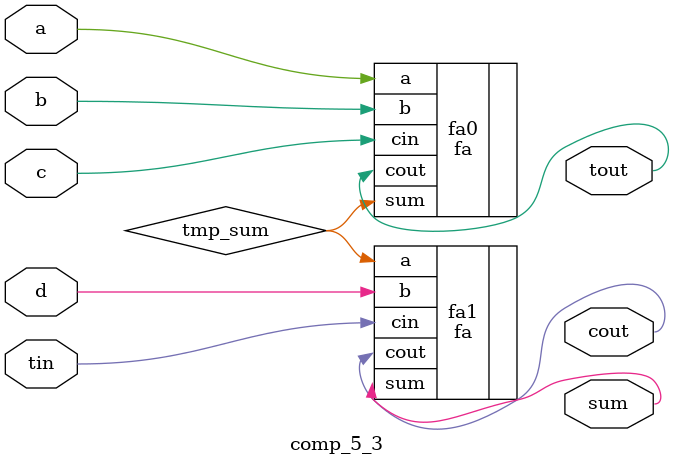
<source format=sv>
`include "fa.sv"

module comp_5_3 (
	output logic cout, tout, sum,
	input  logic a, b, c, d, tin
);

	logic tmp_sum;
	
	fa fa0 (
		.a(a),
		.b(b),
		.cin(c),
		.sum(tmp_sum),
		.cout(tout)
	);

	fa fa1 (
		.a(tmp_sum),
		.b(d),
		.cin(tin),
		.sum(sum),
		.cout(cout)
	);

endmodule
</source>
